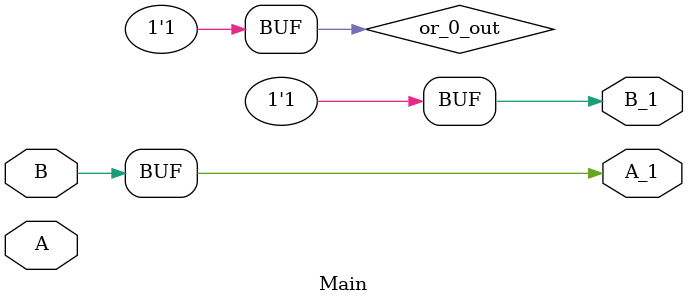
<source format=v>
/**
 * This is an autogenerated netlist code from CircuitVerse. Verilog Code can be
 * tested on https://www.edaplayground.com/ using Icarus Verilog 0.9.7. This is an
 * experimental module and some manual changes make need to be done in order for
 * this to work.
 *
 * If you have any ideas/suggestions or bug fixes, raise an issue
 * on https://github.com/CircuitVerse/CircuitVerse/issues/new/choose
 */

/*
  Element Usage Report
    Input - 2 times
    Output - 2 times
    OrGate - 1 times
    NotGate - 1 times
*/

/*
  Usage Instructions and Tips
    Labels - Ensure unique label names and avoid using verilog keywords
    Warnings - Connect all optional inputs to remove warnings
*/

// Sample Testbench Code - Uncomment to use

/*
module TestBench();

  reg A, B;

  wire A_1, B_1;

  Main DUT0(A_1, B_1, A, B);

  initial begin
    A = 0;
    B = 0;

    #15
    $display("A_1 = %b", A_1);
    $display("B_1 = %b", B_1);

    #10
    $display("A_1 = %b", A_1);
    $display("B_1 = %b", B_1);

    $finish;

  end
endmodule

*/

module Main(A_1, B_1, A, B);
  output A_1,  B_1;
  input A, B;
  wire or_0_out, not_0_out;
  assign A_1 = B;
  assign or_0_out = not_0_out | A;
  assign B_1 = or_0_out;
  assign not_0_out = ~A;
endmodule

</source>
